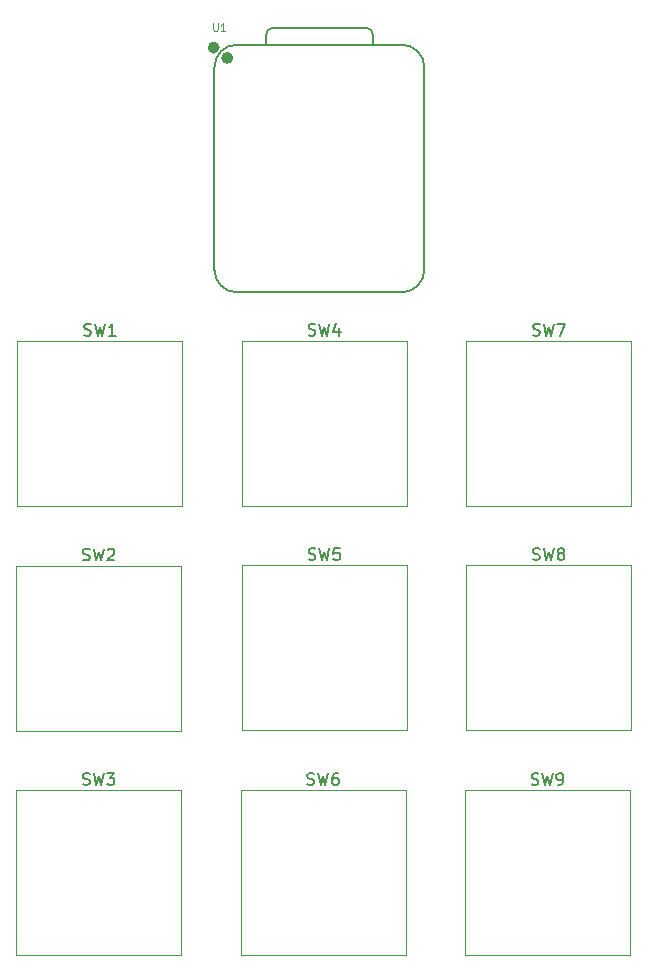
<source format=gbr>
%TF.GenerationSoftware,KiCad,Pcbnew,9.0.5*%
%TF.CreationDate,2025-12-26T20:20:43+00:00*%
%TF.ProjectId,macro pad,6d616372-6f20-4706-9164-2e6b69636164,rev?*%
%TF.SameCoordinates,Original*%
%TF.FileFunction,Legend,Top*%
%TF.FilePolarity,Positive*%
%FSLAX46Y46*%
G04 Gerber Fmt 4.6, Leading zero omitted, Abs format (unit mm)*
G04 Created by KiCad (PCBNEW 9.0.5) date 2025-12-26 20:20:43*
%MOMM*%
%LPD*%
G01*
G04 APERTURE LIST*
%ADD10C,0.150000*%
%ADD11C,0.101600*%
%ADD12C,0.120000*%
%ADD13C,0.127000*%
%ADD14C,0.100000*%
%ADD15C,0.504000*%
G04 APERTURE END LIST*
D10*
X28476667Y-79573200D02*
X28619524Y-79620819D01*
X28619524Y-79620819D02*
X28857619Y-79620819D01*
X28857619Y-79620819D02*
X28952857Y-79573200D01*
X28952857Y-79573200D02*
X29000476Y-79525580D01*
X29000476Y-79525580D02*
X29048095Y-79430342D01*
X29048095Y-79430342D02*
X29048095Y-79335104D01*
X29048095Y-79335104D02*
X29000476Y-79239866D01*
X29000476Y-79239866D02*
X28952857Y-79192247D01*
X28952857Y-79192247D02*
X28857619Y-79144628D01*
X28857619Y-79144628D02*
X28667143Y-79097009D01*
X28667143Y-79097009D02*
X28571905Y-79049390D01*
X28571905Y-79049390D02*
X28524286Y-79001771D01*
X28524286Y-79001771D02*
X28476667Y-78906533D01*
X28476667Y-78906533D02*
X28476667Y-78811295D01*
X28476667Y-78811295D02*
X28524286Y-78716057D01*
X28524286Y-78716057D02*
X28571905Y-78668438D01*
X28571905Y-78668438D02*
X28667143Y-78620819D01*
X28667143Y-78620819D02*
X28905238Y-78620819D01*
X28905238Y-78620819D02*
X29048095Y-78668438D01*
X29381429Y-78620819D02*
X29619524Y-79620819D01*
X29619524Y-79620819D02*
X29810000Y-78906533D01*
X29810000Y-78906533D02*
X30000476Y-79620819D01*
X30000476Y-79620819D02*
X30238572Y-78620819D01*
X30524286Y-78620819D02*
X31143333Y-78620819D01*
X31143333Y-78620819D02*
X30810000Y-79001771D01*
X30810000Y-79001771D02*
X30952857Y-79001771D01*
X30952857Y-79001771D02*
X31048095Y-79049390D01*
X31048095Y-79049390D02*
X31095714Y-79097009D01*
X31095714Y-79097009D02*
X31143333Y-79192247D01*
X31143333Y-79192247D02*
X31143333Y-79430342D01*
X31143333Y-79430342D02*
X31095714Y-79525580D01*
X31095714Y-79525580D02*
X31048095Y-79573200D01*
X31048095Y-79573200D02*
X30952857Y-79620819D01*
X30952857Y-79620819D02*
X30667143Y-79620819D01*
X30667143Y-79620819D02*
X30571905Y-79573200D01*
X30571905Y-79573200D02*
X30524286Y-79525580D01*
X47476667Y-79573200D02*
X47619524Y-79620819D01*
X47619524Y-79620819D02*
X47857619Y-79620819D01*
X47857619Y-79620819D02*
X47952857Y-79573200D01*
X47952857Y-79573200D02*
X48000476Y-79525580D01*
X48000476Y-79525580D02*
X48048095Y-79430342D01*
X48048095Y-79430342D02*
X48048095Y-79335104D01*
X48048095Y-79335104D02*
X48000476Y-79239866D01*
X48000476Y-79239866D02*
X47952857Y-79192247D01*
X47952857Y-79192247D02*
X47857619Y-79144628D01*
X47857619Y-79144628D02*
X47667143Y-79097009D01*
X47667143Y-79097009D02*
X47571905Y-79049390D01*
X47571905Y-79049390D02*
X47524286Y-79001771D01*
X47524286Y-79001771D02*
X47476667Y-78906533D01*
X47476667Y-78906533D02*
X47476667Y-78811295D01*
X47476667Y-78811295D02*
X47524286Y-78716057D01*
X47524286Y-78716057D02*
X47571905Y-78668438D01*
X47571905Y-78668438D02*
X47667143Y-78620819D01*
X47667143Y-78620819D02*
X47905238Y-78620819D01*
X47905238Y-78620819D02*
X48048095Y-78668438D01*
X48381429Y-78620819D02*
X48619524Y-79620819D01*
X48619524Y-79620819D02*
X48810000Y-78906533D01*
X48810000Y-78906533D02*
X49000476Y-79620819D01*
X49000476Y-79620819D02*
X49238572Y-78620819D01*
X50048095Y-78620819D02*
X49857619Y-78620819D01*
X49857619Y-78620819D02*
X49762381Y-78668438D01*
X49762381Y-78668438D02*
X49714762Y-78716057D01*
X49714762Y-78716057D02*
X49619524Y-78858914D01*
X49619524Y-78858914D02*
X49571905Y-79049390D01*
X49571905Y-79049390D02*
X49571905Y-79430342D01*
X49571905Y-79430342D02*
X49619524Y-79525580D01*
X49619524Y-79525580D02*
X49667143Y-79573200D01*
X49667143Y-79573200D02*
X49762381Y-79620819D01*
X49762381Y-79620819D02*
X49952857Y-79620819D01*
X49952857Y-79620819D02*
X50048095Y-79573200D01*
X50048095Y-79573200D02*
X50095714Y-79525580D01*
X50095714Y-79525580D02*
X50143333Y-79430342D01*
X50143333Y-79430342D02*
X50143333Y-79192247D01*
X50143333Y-79192247D02*
X50095714Y-79097009D01*
X50095714Y-79097009D02*
X50048095Y-79049390D01*
X50048095Y-79049390D02*
X49952857Y-79001771D01*
X49952857Y-79001771D02*
X49762381Y-79001771D01*
X49762381Y-79001771D02*
X49667143Y-79049390D01*
X49667143Y-79049390D02*
X49619524Y-79097009D01*
X49619524Y-79097009D02*
X49571905Y-79192247D01*
X66476667Y-79573200D02*
X66619524Y-79620819D01*
X66619524Y-79620819D02*
X66857619Y-79620819D01*
X66857619Y-79620819D02*
X66952857Y-79573200D01*
X66952857Y-79573200D02*
X67000476Y-79525580D01*
X67000476Y-79525580D02*
X67048095Y-79430342D01*
X67048095Y-79430342D02*
X67048095Y-79335104D01*
X67048095Y-79335104D02*
X67000476Y-79239866D01*
X67000476Y-79239866D02*
X66952857Y-79192247D01*
X66952857Y-79192247D02*
X66857619Y-79144628D01*
X66857619Y-79144628D02*
X66667143Y-79097009D01*
X66667143Y-79097009D02*
X66571905Y-79049390D01*
X66571905Y-79049390D02*
X66524286Y-79001771D01*
X66524286Y-79001771D02*
X66476667Y-78906533D01*
X66476667Y-78906533D02*
X66476667Y-78811295D01*
X66476667Y-78811295D02*
X66524286Y-78716057D01*
X66524286Y-78716057D02*
X66571905Y-78668438D01*
X66571905Y-78668438D02*
X66667143Y-78620819D01*
X66667143Y-78620819D02*
X66905238Y-78620819D01*
X66905238Y-78620819D02*
X67048095Y-78668438D01*
X67381429Y-78620819D02*
X67619524Y-79620819D01*
X67619524Y-79620819D02*
X67810000Y-78906533D01*
X67810000Y-78906533D02*
X68000476Y-79620819D01*
X68000476Y-79620819D02*
X68238572Y-78620819D01*
X68667143Y-79620819D02*
X68857619Y-79620819D01*
X68857619Y-79620819D02*
X68952857Y-79573200D01*
X68952857Y-79573200D02*
X69000476Y-79525580D01*
X69000476Y-79525580D02*
X69095714Y-79382723D01*
X69095714Y-79382723D02*
X69143333Y-79192247D01*
X69143333Y-79192247D02*
X69143333Y-78811295D01*
X69143333Y-78811295D02*
X69095714Y-78716057D01*
X69095714Y-78716057D02*
X69048095Y-78668438D01*
X69048095Y-78668438D02*
X68952857Y-78620819D01*
X68952857Y-78620819D02*
X68762381Y-78620819D01*
X68762381Y-78620819D02*
X68667143Y-78668438D01*
X68667143Y-78668438D02*
X68619524Y-78716057D01*
X68619524Y-78716057D02*
X68571905Y-78811295D01*
X68571905Y-78811295D02*
X68571905Y-79049390D01*
X68571905Y-79049390D02*
X68619524Y-79144628D01*
X68619524Y-79144628D02*
X68667143Y-79192247D01*
X68667143Y-79192247D02*
X68762381Y-79239866D01*
X68762381Y-79239866D02*
X68952857Y-79239866D01*
X68952857Y-79239866D02*
X69048095Y-79192247D01*
X69048095Y-79192247D02*
X69095714Y-79144628D01*
X69095714Y-79144628D02*
X69143333Y-79049390D01*
D11*
X39516190Y-15153479D02*
X39516190Y-15667526D01*
X39516190Y-15667526D02*
X39546428Y-15728002D01*
X39546428Y-15728002D02*
X39576666Y-15758241D01*
X39576666Y-15758241D02*
X39637142Y-15788479D01*
X39637142Y-15788479D02*
X39758095Y-15788479D01*
X39758095Y-15788479D02*
X39818571Y-15758241D01*
X39818571Y-15758241D02*
X39848809Y-15728002D01*
X39848809Y-15728002D02*
X39879047Y-15667526D01*
X39879047Y-15667526D02*
X39879047Y-15153479D01*
X40514047Y-15788479D02*
X40151190Y-15788479D01*
X40332618Y-15788479D02*
X40332618Y-15153479D01*
X40332618Y-15153479D02*
X40272142Y-15244193D01*
X40272142Y-15244193D02*
X40211666Y-15304669D01*
X40211666Y-15304669D02*
X40151190Y-15334907D01*
D10*
X66586667Y-60533200D02*
X66729524Y-60580819D01*
X66729524Y-60580819D02*
X66967619Y-60580819D01*
X66967619Y-60580819D02*
X67062857Y-60533200D01*
X67062857Y-60533200D02*
X67110476Y-60485580D01*
X67110476Y-60485580D02*
X67158095Y-60390342D01*
X67158095Y-60390342D02*
X67158095Y-60295104D01*
X67158095Y-60295104D02*
X67110476Y-60199866D01*
X67110476Y-60199866D02*
X67062857Y-60152247D01*
X67062857Y-60152247D02*
X66967619Y-60104628D01*
X66967619Y-60104628D02*
X66777143Y-60057009D01*
X66777143Y-60057009D02*
X66681905Y-60009390D01*
X66681905Y-60009390D02*
X66634286Y-59961771D01*
X66634286Y-59961771D02*
X66586667Y-59866533D01*
X66586667Y-59866533D02*
X66586667Y-59771295D01*
X66586667Y-59771295D02*
X66634286Y-59676057D01*
X66634286Y-59676057D02*
X66681905Y-59628438D01*
X66681905Y-59628438D02*
X66777143Y-59580819D01*
X66777143Y-59580819D02*
X67015238Y-59580819D01*
X67015238Y-59580819D02*
X67158095Y-59628438D01*
X67491429Y-59580819D02*
X67729524Y-60580819D01*
X67729524Y-60580819D02*
X67920000Y-59866533D01*
X67920000Y-59866533D02*
X68110476Y-60580819D01*
X68110476Y-60580819D02*
X68348572Y-59580819D01*
X68872381Y-60009390D02*
X68777143Y-59961771D01*
X68777143Y-59961771D02*
X68729524Y-59914152D01*
X68729524Y-59914152D02*
X68681905Y-59818914D01*
X68681905Y-59818914D02*
X68681905Y-59771295D01*
X68681905Y-59771295D02*
X68729524Y-59676057D01*
X68729524Y-59676057D02*
X68777143Y-59628438D01*
X68777143Y-59628438D02*
X68872381Y-59580819D01*
X68872381Y-59580819D02*
X69062857Y-59580819D01*
X69062857Y-59580819D02*
X69158095Y-59628438D01*
X69158095Y-59628438D02*
X69205714Y-59676057D01*
X69205714Y-59676057D02*
X69253333Y-59771295D01*
X69253333Y-59771295D02*
X69253333Y-59818914D01*
X69253333Y-59818914D02*
X69205714Y-59914152D01*
X69205714Y-59914152D02*
X69158095Y-59961771D01*
X69158095Y-59961771D02*
X69062857Y-60009390D01*
X69062857Y-60009390D02*
X68872381Y-60009390D01*
X68872381Y-60009390D02*
X68777143Y-60057009D01*
X68777143Y-60057009D02*
X68729524Y-60104628D01*
X68729524Y-60104628D02*
X68681905Y-60199866D01*
X68681905Y-60199866D02*
X68681905Y-60390342D01*
X68681905Y-60390342D02*
X68729524Y-60485580D01*
X68729524Y-60485580D02*
X68777143Y-60533200D01*
X68777143Y-60533200D02*
X68872381Y-60580819D01*
X68872381Y-60580819D02*
X69062857Y-60580819D01*
X69062857Y-60580819D02*
X69158095Y-60533200D01*
X69158095Y-60533200D02*
X69205714Y-60485580D01*
X69205714Y-60485580D02*
X69253333Y-60390342D01*
X69253333Y-60390342D02*
X69253333Y-60199866D01*
X69253333Y-60199866D02*
X69205714Y-60104628D01*
X69205714Y-60104628D02*
X69158095Y-60057009D01*
X69158095Y-60057009D02*
X69062857Y-60009390D01*
X66586667Y-41533200D02*
X66729524Y-41580819D01*
X66729524Y-41580819D02*
X66967619Y-41580819D01*
X66967619Y-41580819D02*
X67062857Y-41533200D01*
X67062857Y-41533200D02*
X67110476Y-41485580D01*
X67110476Y-41485580D02*
X67158095Y-41390342D01*
X67158095Y-41390342D02*
X67158095Y-41295104D01*
X67158095Y-41295104D02*
X67110476Y-41199866D01*
X67110476Y-41199866D02*
X67062857Y-41152247D01*
X67062857Y-41152247D02*
X66967619Y-41104628D01*
X66967619Y-41104628D02*
X66777143Y-41057009D01*
X66777143Y-41057009D02*
X66681905Y-41009390D01*
X66681905Y-41009390D02*
X66634286Y-40961771D01*
X66634286Y-40961771D02*
X66586667Y-40866533D01*
X66586667Y-40866533D02*
X66586667Y-40771295D01*
X66586667Y-40771295D02*
X66634286Y-40676057D01*
X66634286Y-40676057D02*
X66681905Y-40628438D01*
X66681905Y-40628438D02*
X66777143Y-40580819D01*
X66777143Y-40580819D02*
X67015238Y-40580819D01*
X67015238Y-40580819D02*
X67158095Y-40628438D01*
X67491429Y-40580819D02*
X67729524Y-41580819D01*
X67729524Y-41580819D02*
X67920000Y-40866533D01*
X67920000Y-40866533D02*
X68110476Y-41580819D01*
X68110476Y-41580819D02*
X68348572Y-40580819D01*
X68634286Y-40580819D02*
X69300952Y-40580819D01*
X69300952Y-40580819D02*
X68872381Y-41580819D01*
X47586667Y-60533200D02*
X47729524Y-60580819D01*
X47729524Y-60580819D02*
X47967619Y-60580819D01*
X47967619Y-60580819D02*
X48062857Y-60533200D01*
X48062857Y-60533200D02*
X48110476Y-60485580D01*
X48110476Y-60485580D02*
X48158095Y-60390342D01*
X48158095Y-60390342D02*
X48158095Y-60295104D01*
X48158095Y-60295104D02*
X48110476Y-60199866D01*
X48110476Y-60199866D02*
X48062857Y-60152247D01*
X48062857Y-60152247D02*
X47967619Y-60104628D01*
X47967619Y-60104628D02*
X47777143Y-60057009D01*
X47777143Y-60057009D02*
X47681905Y-60009390D01*
X47681905Y-60009390D02*
X47634286Y-59961771D01*
X47634286Y-59961771D02*
X47586667Y-59866533D01*
X47586667Y-59866533D02*
X47586667Y-59771295D01*
X47586667Y-59771295D02*
X47634286Y-59676057D01*
X47634286Y-59676057D02*
X47681905Y-59628438D01*
X47681905Y-59628438D02*
X47777143Y-59580819D01*
X47777143Y-59580819D02*
X48015238Y-59580819D01*
X48015238Y-59580819D02*
X48158095Y-59628438D01*
X48491429Y-59580819D02*
X48729524Y-60580819D01*
X48729524Y-60580819D02*
X48920000Y-59866533D01*
X48920000Y-59866533D02*
X49110476Y-60580819D01*
X49110476Y-60580819D02*
X49348572Y-59580819D01*
X50205714Y-59580819D02*
X49729524Y-59580819D01*
X49729524Y-59580819D02*
X49681905Y-60057009D01*
X49681905Y-60057009D02*
X49729524Y-60009390D01*
X49729524Y-60009390D02*
X49824762Y-59961771D01*
X49824762Y-59961771D02*
X50062857Y-59961771D01*
X50062857Y-59961771D02*
X50158095Y-60009390D01*
X50158095Y-60009390D02*
X50205714Y-60057009D01*
X50205714Y-60057009D02*
X50253333Y-60152247D01*
X50253333Y-60152247D02*
X50253333Y-60390342D01*
X50253333Y-60390342D02*
X50205714Y-60485580D01*
X50205714Y-60485580D02*
X50158095Y-60533200D01*
X50158095Y-60533200D02*
X50062857Y-60580819D01*
X50062857Y-60580819D02*
X49824762Y-60580819D01*
X49824762Y-60580819D02*
X49729524Y-60533200D01*
X49729524Y-60533200D02*
X49681905Y-60485580D01*
X47586667Y-41533200D02*
X47729524Y-41580819D01*
X47729524Y-41580819D02*
X47967619Y-41580819D01*
X47967619Y-41580819D02*
X48062857Y-41533200D01*
X48062857Y-41533200D02*
X48110476Y-41485580D01*
X48110476Y-41485580D02*
X48158095Y-41390342D01*
X48158095Y-41390342D02*
X48158095Y-41295104D01*
X48158095Y-41295104D02*
X48110476Y-41199866D01*
X48110476Y-41199866D02*
X48062857Y-41152247D01*
X48062857Y-41152247D02*
X47967619Y-41104628D01*
X47967619Y-41104628D02*
X47777143Y-41057009D01*
X47777143Y-41057009D02*
X47681905Y-41009390D01*
X47681905Y-41009390D02*
X47634286Y-40961771D01*
X47634286Y-40961771D02*
X47586667Y-40866533D01*
X47586667Y-40866533D02*
X47586667Y-40771295D01*
X47586667Y-40771295D02*
X47634286Y-40676057D01*
X47634286Y-40676057D02*
X47681905Y-40628438D01*
X47681905Y-40628438D02*
X47777143Y-40580819D01*
X47777143Y-40580819D02*
X48015238Y-40580819D01*
X48015238Y-40580819D02*
X48158095Y-40628438D01*
X48491429Y-40580819D02*
X48729524Y-41580819D01*
X48729524Y-41580819D02*
X48920000Y-40866533D01*
X48920000Y-40866533D02*
X49110476Y-41580819D01*
X49110476Y-41580819D02*
X49348572Y-40580819D01*
X50158095Y-40914152D02*
X50158095Y-41580819D01*
X49920000Y-40533200D02*
X49681905Y-41247485D01*
X49681905Y-41247485D02*
X50300952Y-41247485D01*
X28476667Y-60573200D02*
X28619524Y-60620819D01*
X28619524Y-60620819D02*
X28857619Y-60620819D01*
X28857619Y-60620819D02*
X28952857Y-60573200D01*
X28952857Y-60573200D02*
X29000476Y-60525580D01*
X29000476Y-60525580D02*
X29048095Y-60430342D01*
X29048095Y-60430342D02*
X29048095Y-60335104D01*
X29048095Y-60335104D02*
X29000476Y-60239866D01*
X29000476Y-60239866D02*
X28952857Y-60192247D01*
X28952857Y-60192247D02*
X28857619Y-60144628D01*
X28857619Y-60144628D02*
X28667143Y-60097009D01*
X28667143Y-60097009D02*
X28571905Y-60049390D01*
X28571905Y-60049390D02*
X28524286Y-60001771D01*
X28524286Y-60001771D02*
X28476667Y-59906533D01*
X28476667Y-59906533D02*
X28476667Y-59811295D01*
X28476667Y-59811295D02*
X28524286Y-59716057D01*
X28524286Y-59716057D02*
X28571905Y-59668438D01*
X28571905Y-59668438D02*
X28667143Y-59620819D01*
X28667143Y-59620819D02*
X28905238Y-59620819D01*
X28905238Y-59620819D02*
X29048095Y-59668438D01*
X29381429Y-59620819D02*
X29619524Y-60620819D01*
X29619524Y-60620819D02*
X29810000Y-59906533D01*
X29810000Y-59906533D02*
X30000476Y-60620819D01*
X30000476Y-60620819D02*
X30238572Y-59620819D01*
X30571905Y-59716057D02*
X30619524Y-59668438D01*
X30619524Y-59668438D02*
X30714762Y-59620819D01*
X30714762Y-59620819D02*
X30952857Y-59620819D01*
X30952857Y-59620819D02*
X31048095Y-59668438D01*
X31048095Y-59668438D02*
X31095714Y-59716057D01*
X31095714Y-59716057D02*
X31143333Y-59811295D01*
X31143333Y-59811295D02*
X31143333Y-59906533D01*
X31143333Y-59906533D02*
X31095714Y-60049390D01*
X31095714Y-60049390D02*
X30524286Y-60620819D01*
X30524286Y-60620819D02*
X31143333Y-60620819D01*
X28586667Y-41533200D02*
X28729524Y-41580819D01*
X28729524Y-41580819D02*
X28967619Y-41580819D01*
X28967619Y-41580819D02*
X29062857Y-41533200D01*
X29062857Y-41533200D02*
X29110476Y-41485580D01*
X29110476Y-41485580D02*
X29158095Y-41390342D01*
X29158095Y-41390342D02*
X29158095Y-41295104D01*
X29158095Y-41295104D02*
X29110476Y-41199866D01*
X29110476Y-41199866D02*
X29062857Y-41152247D01*
X29062857Y-41152247D02*
X28967619Y-41104628D01*
X28967619Y-41104628D02*
X28777143Y-41057009D01*
X28777143Y-41057009D02*
X28681905Y-41009390D01*
X28681905Y-41009390D02*
X28634286Y-40961771D01*
X28634286Y-40961771D02*
X28586667Y-40866533D01*
X28586667Y-40866533D02*
X28586667Y-40771295D01*
X28586667Y-40771295D02*
X28634286Y-40676057D01*
X28634286Y-40676057D02*
X28681905Y-40628438D01*
X28681905Y-40628438D02*
X28777143Y-40580819D01*
X28777143Y-40580819D02*
X29015238Y-40580819D01*
X29015238Y-40580819D02*
X29158095Y-40628438D01*
X29491429Y-40580819D02*
X29729524Y-41580819D01*
X29729524Y-41580819D02*
X29920000Y-40866533D01*
X29920000Y-40866533D02*
X30110476Y-41580819D01*
X30110476Y-41580819D02*
X30348572Y-40580819D01*
X31253333Y-41580819D02*
X30681905Y-41580819D01*
X30967619Y-41580819D02*
X30967619Y-40580819D01*
X30967619Y-40580819D02*
X30872381Y-40723676D01*
X30872381Y-40723676D02*
X30777143Y-40818914D01*
X30777143Y-40818914D02*
X30681905Y-40866533D01*
D12*
%TO.C,SW3*%
X36795000Y-94025000D02*
X22825000Y-94025000D01*
X36795000Y-80055000D02*
X36795000Y-94025000D01*
X22825000Y-94025000D02*
X22825000Y-80055000D01*
X22825000Y-80055000D02*
X36795000Y-80055000D01*
%TO.C,SW6*%
X55795000Y-94025000D02*
X41825000Y-94025000D01*
X55795000Y-80055000D02*
X55795000Y-94025000D01*
X41825000Y-94025000D02*
X41825000Y-80055000D01*
X41825000Y-80055000D02*
X55795000Y-80055000D01*
%TO.C,SW9*%
X74795000Y-94025000D02*
X60825000Y-94025000D01*
X74795000Y-80055000D02*
X74795000Y-94025000D01*
X60825000Y-94025000D02*
X60825000Y-80055000D01*
X60825000Y-80055000D02*
X74795000Y-80055000D01*
D13*
%TO.C,U1*%
X39610000Y-36009000D02*
X39610000Y-18864000D01*
X41515000Y-37914000D02*
X55485000Y-37914000D01*
X44005000Y-16959000D02*
X44008728Y-16048728D01*
X44508728Y-15549000D02*
X52504000Y-15549000D01*
X53004000Y-16049000D02*
X53004000Y-16959000D01*
D14*
X55485000Y-16959000D02*
X41515000Y-16959000D01*
D13*
X55485000Y-16959000D02*
X41515000Y-16959000D01*
X57390000Y-36009000D02*
X57390000Y-18864000D01*
X39610000Y-18864000D02*
G75*
G02*
X41515000Y-16959000I1905001J-1D01*
G01*
X41515000Y-37914000D02*
G75*
G02*
X39610000Y-36009000I1J1905001D01*
G01*
X44008728Y-16048728D02*
G75*
G02*
X44508728Y-15549001I500018J-291D01*
G01*
X52504000Y-15549000D02*
G75*
G02*
X53004000Y-16049000I0J-500000D01*
G01*
X55485000Y-16959000D02*
G75*
G02*
X57390000Y-18864000I0J-1905000D01*
G01*
X57390000Y-36009000D02*
G75*
G02*
X55485000Y-37914000I-1905000J0D01*
G01*
D15*
X39802000Y-17200000D02*
G75*
G02*
X39298000Y-17200000I-252000J0D01*
G01*
X39298000Y-17200000D02*
G75*
G02*
X39802000Y-17200000I252000J0D01*
G01*
X40945000Y-18080000D02*
G75*
G02*
X40441000Y-18080000I-252000J0D01*
G01*
X40441000Y-18080000D02*
G75*
G02*
X40945000Y-18080000I252000J0D01*
G01*
D12*
%TO.C,SW8*%
X60935000Y-61015000D02*
X74905000Y-61015000D01*
X60935000Y-74985000D02*
X60935000Y-61015000D01*
X74905000Y-61015000D02*
X74905000Y-74985000D01*
X74905000Y-74985000D02*
X60935000Y-74985000D01*
%TO.C,SW7*%
X60935000Y-42015000D02*
X74905000Y-42015000D01*
X60935000Y-55985000D02*
X60935000Y-42015000D01*
X74905000Y-42015000D02*
X74905000Y-55985000D01*
X74905000Y-55985000D02*
X60935000Y-55985000D01*
%TO.C,SW5*%
X41935000Y-61015000D02*
X55905000Y-61015000D01*
X41935000Y-74985000D02*
X41935000Y-61015000D01*
X55905000Y-61015000D02*
X55905000Y-74985000D01*
X55905000Y-74985000D02*
X41935000Y-74985000D01*
%TO.C,SW4*%
X41935000Y-42015000D02*
X55905000Y-42015000D01*
X41935000Y-55985000D02*
X41935000Y-42015000D01*
X55905000Y-42015000D02*
X55905000Y-55985000D01*
X55905000Y-55985000D02*
X41935000Y-55985000D01*
%TO.C,SW2*%
X22825000Y-61055000D02*
X36795000Y-61055000D01*
X22825000Y-75025000D02*
X22825000Y-61055000D01*
X36795000Y-61055000D02*
X36795000Y-75025000D01*
X36795000Y-75025000D02*
X22825000Y-75025000D01*
%TO.C,SW1*%
X22935000Y-42015000D02*
X36905000Y-42015000D01*
X22935000Y-55985000D02*
X22935000Y-42015000D01*
X36905000Y-42015000D02*
X36905000Y-55985000D01*
X36905000Y-55985000D02*
X22935000Y-55985000D01*
%TD*%
M02*

</source>
